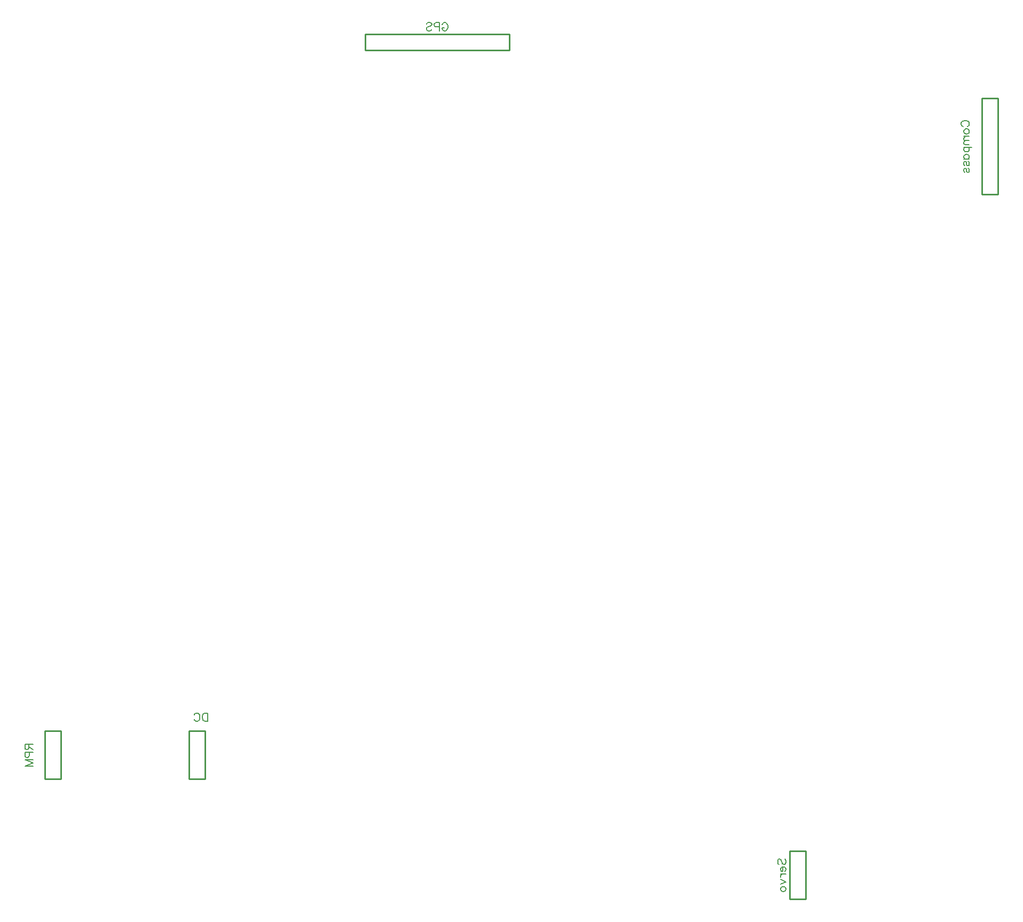
<source format=gbr>
G04 DipTrace 3.3.1.3*
G04 BottomSilk.gbr*
%MOIN*%
G04 #@! TF.FileFunction,Legend,Bot*
G04 #@! TF.Part,Single*
%ADD10C,0.009843*%
%ADD92C,0.00772*%
%FSLAX26Y26*%
G04*
G70*
G90*
G75*
G01*
G04 BotSilk*
%LPD*%
X7824014Y6218870D2*
D10*
X7924016D1*
Y5618925D1*
X7824014D1*
Y6218870D1*
X2974021Y1968917D2*
X2874016D1*
Y2268879D1*
X2974021D1*
Y1968917D1*
X3974000Y6518896D2*
X4874031D1*
Y6618898D1*
X3974000D1*
Y6518896D1*
X1974011Y2268879D2*
X2074016D1*
Y1968917D1*
X1974011D1*
Y2268879D1*
X6724021Y1218917D2*
X6624016D1*
Y1518879D1*
X6724021D1*
Y1218917D1*
X7707810Y6044196D2*
D92*
X7703056Y6046572D1*
X7698248Y6051381D1*
X7695871Y6056134D1*
Y6065695D1*
X7698248Y6070504D1*
X7703056Y6075257D1*
X7707810Y6077689D1*
X7714995Y6080065D1*
X7726988D1*
X7734118Y6077689D1*
X7738926Y6075257D1*
X7743680Y6070504D1*
X7746111Y6065695D1*
Y6056134D1*
X7743680Y6051381D1*
X7738926Y6046572D1*
X7734118Y6044196D1*
X7712618Y6016818D2*
X7714995Y6021571D1*
X7719803Y6026380D1*
X7726988Y6028756D1*
X7731741D1*
X7738926Y6026380D1*
X7743680Y6021571D1*
X7746111Y6016818D1*
Y6009633D1*
X7743680Y6004825D1*
X7738926Y6000071D1*
X7731741Y5997640D1*
X7726988D1*
X7719803Y6000071D1*
X7714995Y6004825D1*
X7712618Y6009633D1*
Y6016818D1*
Y5982200D2*
X7746111D1*
X7722180D2*
X7714995Y5975015D1*
X7712618Y5970207D1*
Y5963077D1*
X7714995Y5958269D1*
X7722180Y5955892D1*
X7746111D1*
X7722180D2*
X7714995Y5948707D1*
X7712618Y5943899D1*
Y5936769D1*
X7714995Y5931960D1*
X7722180Y5929528D1*
X7746111D1*
X7712618Y5914089D2*
X7762858D1*
X7719803D2*
X7715050Y5909281D1*
X7712618Y5904528D1*
Y5897343D1*
X7715050Y5892534D1*
X7719803Y5887781D1*
X7726988Y5885349D1*
X7731797D1*
X7738926Y5887781D1*
X7743735Y5892534D1*
X7746111Y5897343D1*
Y5904528D1*
X7743735Y5909281D1*
X7738926Y5914089D1*
X7712618Y5841225D2*
X7746111D1*
X7719803D2*
X7714995Y5845978D1*
X7712618Y5850787D1*
Y5857916D1*
X7714995Y5862725D1*
X7719803Y5867478D1*
X7726988Y5869910D1*
X7731741D1*
X7738926Y5867478D1*
X7743680Y5862725D1*
X7746111Y5857916D1*
Y5850787D1*
X7743680Y5845978D1*
X7738926Y5841225D1*
X7719803Y5799477D2*
X7714995Y5801854D1*
X7712618Y5809039D1*
Y5816224D1*
X7714995Y5823409D1*
X7719803Y5825786D1*
X7724556Y5823409D1*
X7726988Y5818601D1*
X7729365Y5806662D1*
X7731741Y5801854D1*
X7736550Y5799477D1*
X7738926D1*
X7743680Y5801854D1*
X7746111Y5809039D1*
Y5816224D1*
X7743680Y5823409D1*
X7738926Y5825786D1*
X7719803Y5757730D2*
X7714995Y5760107D1*
X7712618Y5767292D1*
Y5774477D1*
X7714995Y5781662D1*
X7719803Y5784038D1*
X7724556Y5781662D1*
X7726988Y5776853D1*
X7729365Y5764915D1*
X7731741Y5760107D1*
X7736550Y5757730D1*
X7738926D1*
X7743680Y5760107D1*
X7746111Y5767292D1*
Y5774477D1*
X7743680Y5781662D1*
X7738926Y5784038D1*
X2991417Y2381491D2*
Y2331251D1*
X2974670D1*
X2967485Y2333683D1*
X2962677Y2338436D1*
X2960300Y2343244D1*
X2957924Y2350374D1*
Y2362368D1*
X2960300Y2369553D1*
X2962677Y2374306D1*
X2967485Y2379114D1*
X2974670Y2381491D1*
X2991417D1*
X2906614Y2369553D2*
X2908991Y2374306D1*
X2913800Y2379114D1*
X2918553Y2381491D1*
X2928114D1*
X2932923Y2379114D1*
X2937676Y2374306D1*
X2940108Y2369553D1*
X2942484Y2362368D1*
Y2350374D1*
X2940108Y2343244D1*
X2937676Y2338436D1*
X2932923Y2333683D1*
X2928114Y2331251D1*
X2918553D1*
X2913800Y2333683D1*
X2908991Y2338436D1*
X2906614Y2343244D1*
X4455013Y6680182D2*
X4457390Y6684936D1*
X4462198Y6689744D1*
X4466952Y6692121D1*
X4476513D1*
X4481322Y6689744D1*
X4486075Y6684936D1*
X4488507Y6680182D1*
X4490883Y6672997D1*
Y6661004D1*
X4488507Y6653874D1*
X4486075Y6649066D1*
X4481322Y6644313D1*
X4476513Y6641881D1*
X4466952D1*
X4462198Y6644313D1*
X4457390Y6649066D1*
X4455013Y6653874D1*
Y6661004D1*
X4466952D1*
X4439574Y6665812D2*
X4418019D1*
X4410889Y6668189D1*
X4408457Y6670621D1*
X4406081Y6675374D1*
Y6682559D1*
X4408457Y6687312D1*
X4410889Y6689744D1*
X4418019Y6692121D1*
X4439574D1*
Y6641881D1*
X4357148Y6684936D2*
X4361901Y6689744D1*
X4369086Y6692121D1*
X4378648D1*
X4385833Y6689744D1*
X4390642Y6684936D1*
Y6680182D1*
X4388210Y6675374D1*
X4385833Y6672997D1*
X4381080Y6670621D1*
X4366710Y6665812D1*
X4361901Y6663436D1*
X4359525Y6661004D1*
X4357148Y6656251D1*
Y6649066D1*
X4361901Y6644313D1*
X4369086Y6641881D1*
X4378648D1*
X4385833Y6644313D1*
X4390642Y6649066D1*
X1874724Y2186953D2*
Y2165454D1*
X1872293Y2158269D1*
X1869916Y2155837D1*
X1865163Y2153460D1*
X1860354D1*
X1855601Y2155837D1*
X1853169Y2158269D1*
X1850793Y2165454D1*
Y2186954D1*
X1901033Y2186953D1*
X1874724Y2170207D2*
X1901033Y2153460D1*
X1877101Y2138021D2*
Y2116466D1*
X1874724Y2109336D1*
X1872293Y2106904D1*
X1867539Y2104528D1*
X1860354D1*
X1855601Y2106904D1*
X1853169Y2109336D1*
X1850793Y2116466D1*
Y2138021D1*
X1901033D1*
Y2050842D2*
X1850793D1*
X1901033Y2069965D1*
X1850793Y2089088D1*
X1901033D1*
X6557978Y1436862D2*
X6553169Y1441615D1*
X6550793Y1448800D1*
Y1458362D1*
X6553169Y1465547D1*
X6557978Y1470355D1*
X6562731D1*
X6567539Y1467923D1*
X6569916Y1465547D1*
X6572293Y1460794D1*
X6577101Y1446424D1*
X6579478Y1441615D1*
X6581909Y1439239D1*
X6586663Y1436862D1*
X6593848D1*
X6598601Y1441615D1*
X6601033Y1448800D1*
Y1458362D1*
X6598601Y1465547D1*
X6593848Y1470355D1*
X6581909Y1421423D2*
Y1392738D1*
X6577101D1*
X6572293Y1395114D1*
X6569916Y1397491D1*
X6567539Y1402300D1*
Y1409485D1*
X6569916Y1414238D1*
X6574724Y1419046D1*
X6581909Y1421423D1*
X6586663D1*
X6593848Y1419046D1*
X6598601Y1414238D1*
X6601033Y1409485D1*
Y1402299D1*
X6598601Y1397491D1*
X6593848Y1392738D1*
X6567539Y1377299D2*
X6601033D1*
X6581909D2*
X6574724Y1374867D1*
X6569916Y1370114D1*
X6567539Y1365305D1*
Y1358120D1*
Y1342681D2*
X6601033Y1328311D1*
X6567539Y1313996D1*
Y1286619D2*
X6569916Y1291372D1*
X6574724Y1296180D1*
X6581909Y1298557D1*
X6586663D1*
X6593848Y1296180D1*
X6598601Y1291372D1*
X6601033Y1286619D1*
Y1279434D1*
X6598601Y1274625D1*
X6593848Y1269872D1*
X6586663Y1267440D1*
X6581909D1*
X6574724Y1269872D1*
X6569916Y1274625D1*
X6567539Y1279434D1*
Y1286619D1*
M02*

</source>
